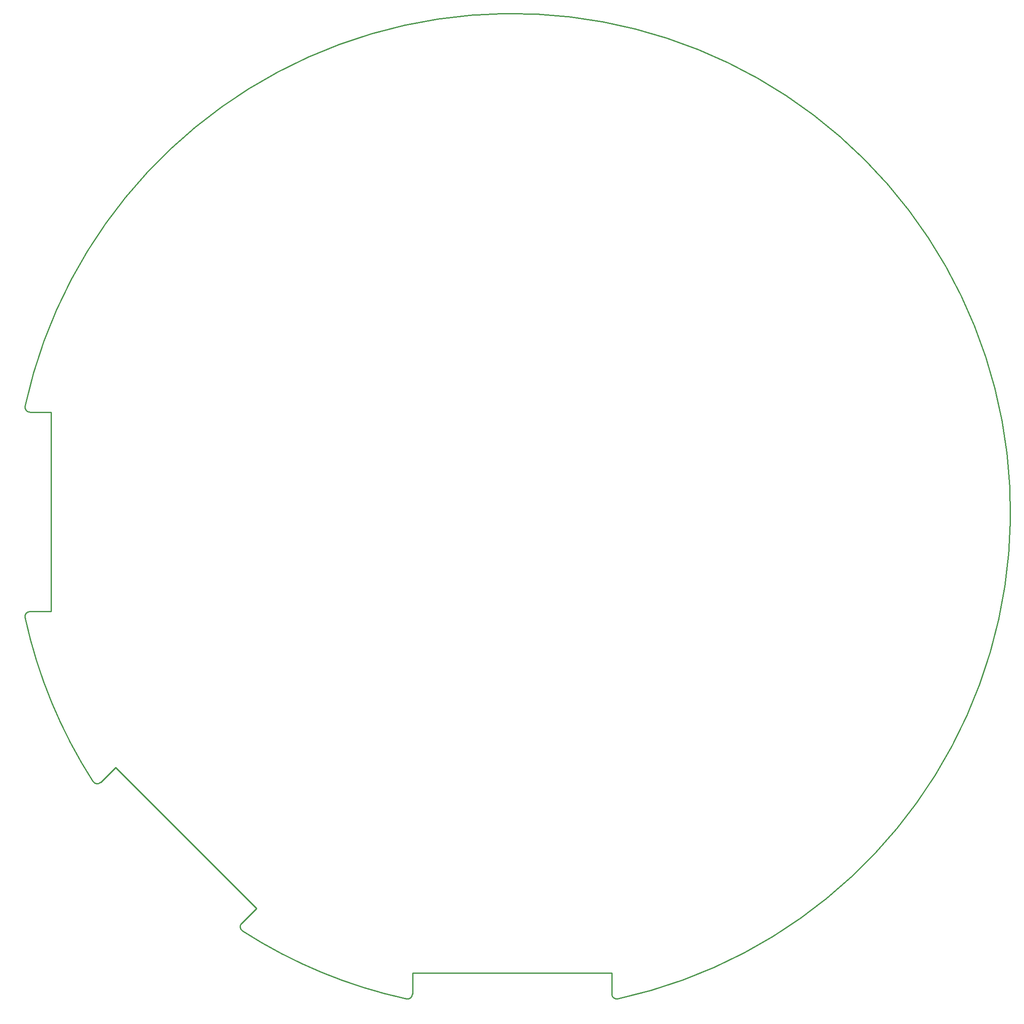
<source format=gm1>
G04*
G04 #@! TF.GenerationSoftware,Altium Limited,Altium Designer,19.1.6 (110)*
G04*
G04 Layer_Color=16711935*
%FSLAX25Y25*%
%MOIN*%
G70*
G01*
G75*
%ADD13C,0.01000*%
D13*
X-213001Y-331105D02*
G03*
X-83513Y-384741I213001J331105D01*
G01*
X-384741Y-83512D02*
G03*
X-331105Y-213001I384741J83512D01*
G01*
X83512Y-384741D02*
G03*
X-384741Y83513I-83512J384741D01*
G01*
D02*
G03*
X-380894Y78740I3847J-835D01*
G01*
X-380894Y-78740D02*
G03*
X-384741Y-83512I0J-3937D01*
G01*
X-331105Y-213001D02*
G03*
X-325011Y-213655I3311J2130D01*
G01*
X-213655Y-325010D02*
G03*
X-213001Y-331105I2784J-2784D01*
G01*
X-83513Y-384741D02*
G03*
X-78740Y-380894I835J3847D01*
G01*
X78740Y-380894D02*
G03*
X83512Y-384741I3937J0D01*
G01*
X-380894Y78740D02*
X-364174D01*
Y-78740D02*
Y78740D01*
X-380894Y-78740D02*
X-364174Y-78740D01*
X-325011Y-213655D02*
X-313188Y-201832D01*
X-201832Y-313187D01*
X-213655Y-325010D02*
X-201832Y-313187D01*
X-78740Y-380894D02*
Y-364174D01*
X78740D01*
Y-380894D02*
Y-364174D01*
M02*

</source>
